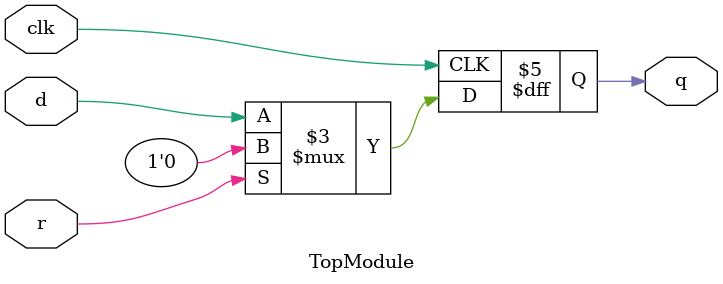
<source format=sv>

module TopModule (
  input clk,
  input d,
  input r,
  output logic q
);
always @(posedge clk) begin
    if (r)
        q <= 1'b0;
    else
        q <= d;
end

endmodule

</source>
